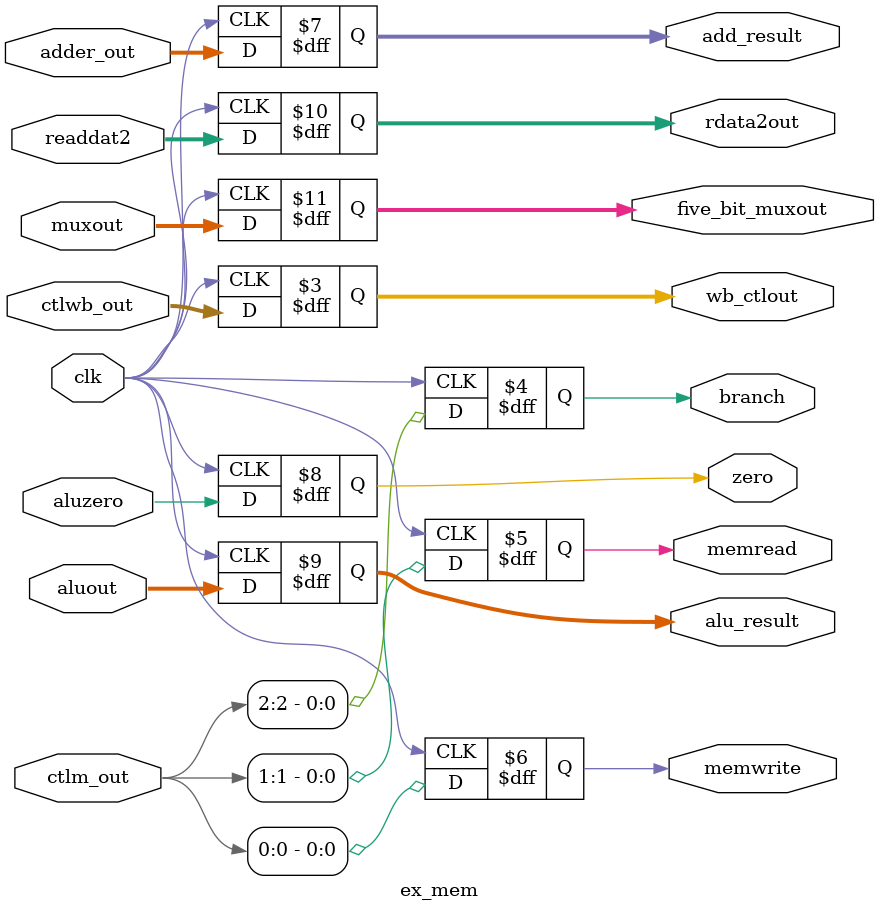
<source format=v>
`timescale 1ns / 1ps
/*
This is the latch that receives signals form all the modules of the execute stage. Its outputs go to MEM/WB and FETCH.
*/
module ex_mem(
    input wire clk,
    input wire [1:0] ctlwb_out,
    input wire [2:0] ctlm_out,
    input wire [31:0] adder_out,
    input wire aluzero,
    input wire [31:0] aluout, readdat2,
    input wire [4:0] muxout,
    output reg [1:0] wb_ctlout,
    output reg branch, memread, memwrite, //output of M control line from ID/EX latch
    output reg [31:0] add_result,
    output reg zero,
    output reg [31:0] alu_result, rdata2out,
    output reg [4:0] five_bit_muxout
    );
    initial begin
        wb_ctlout = 0; 
        branch = 0;
        memread = 0; 
        memwrite = 0;
        add_result = 0;
        zero = 0;
        alu_result = 0;
        rdata2out = 0;
        five_bit_muxout = 0;
    end
    always@(posedge clk)
        begin
        wb_ctlout = ctlwb_out;
        branch = ctlm_out[2];    
        memread = ctlm_out[1];       
        memwrite = ctlm_out[0];     
                                                  
        add_result = adder_out;   
        zero = aluzero;
        alu_result = aluout;
        rdata2out = readdat2;
        five_bit_muxout <= muxout;
    end
    endmodule // ex_mem
</source>
